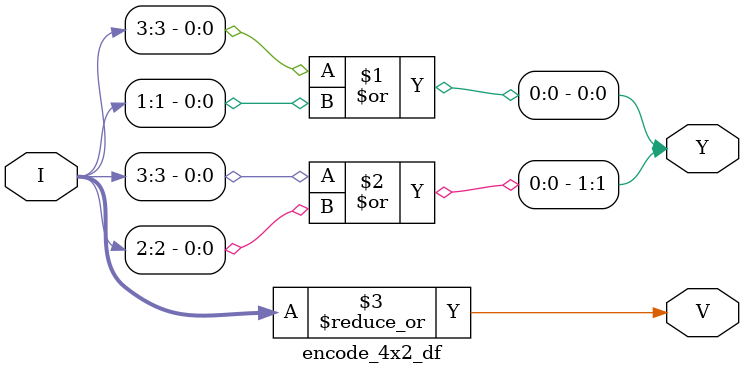
<source format=v>
module encode_4x2_df(Y,V,I); 

input [3:0]I; 
output [1:0]Y; 
output V; 

assign Y = {I[3]|I[2], I[3]|I[1]}; 
assign V = |I;

endmodule




</source>
